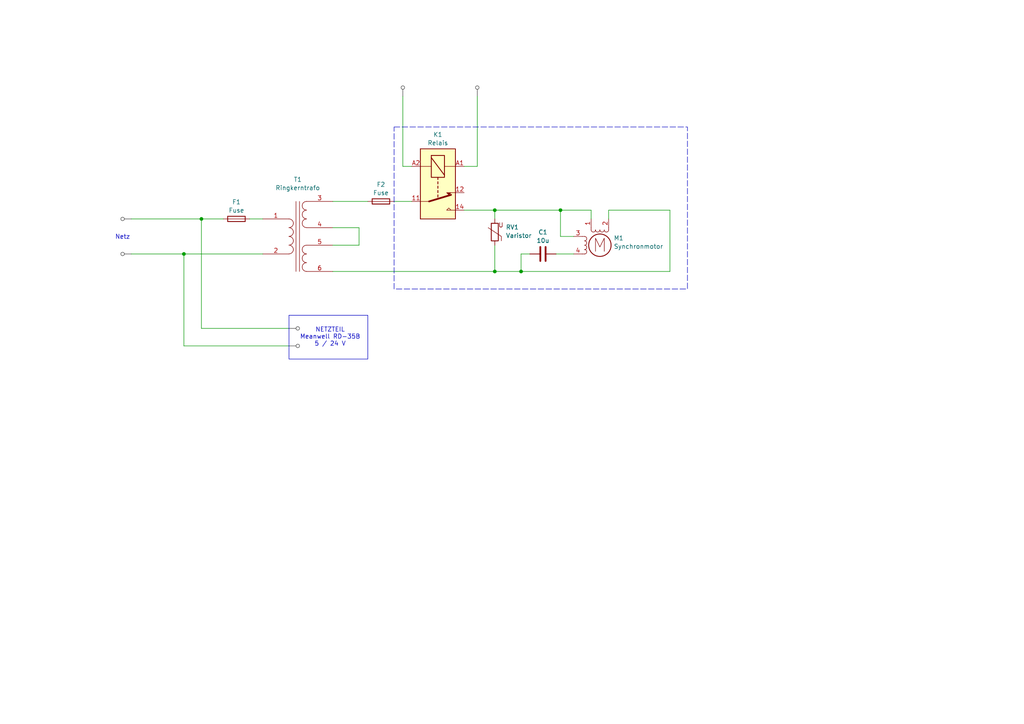
<source format=kicad_sch>
(kicad_sch (version 20231120) (generator "eeschema") (generator_version "8.0")
  (paper "A4")
  (lib_symbols
    (symbol "Device:C" (pin_numbers hide) (pin_names (offset 0.254))
      (property "Reference" "C" (at 0.635 2.54 0))
      (property "Value" "C" (at 0.635 -2.54 0))
      (symbol "C_0_1"
        (polyline (pts (xy -2.032 -0.762) (xy 2.032 -0.762)) (stroke (width 0.508)))
        (polyline (pts (xy -2.032 0.762) (xy 2.032 0.762)) (stroke (width 0.508)))
      )
      (symbol "C_1_1"
        (pin passive line (at 0 3.81 270) (length 2.794) (name "~") (number "1"))
        (pin passive line (at 0 -3.81 90) (length 2.794) (name "~") (number "2"))
      )
    )
    (symbol "Device:Fuse" (pin_numbers hide) (pin_names (offset 0))
      (property "Reference" "F" (at 2.032 0 90))
      (property "Value" "Fuse" (at -1.905 0 90))
      (symbol "Fuse_0_1"
        (rectangle (start -0.762 -2.54) (end 0.762 2.54) (stroke (width 0.254)))
        (polyline (pts (xy 0 2.54) (xy 0 -2.54)))
      )
      (symbol "Fuse_1_1"
        (pin passive line (at 0 3.81 270) (length 1.27) (name "~") (number "1"))
        (pin passive line (at 0 -3.81 90) (length 1.27) (name "~") (number "2"))
      )
    )
    (symbol "Device:Transformer_1P_2S" (pin_names (offset 1.016) hide)
      (property "Reference" "T" (at 0 12.7 0))
      (property "Value" "Transformer_1P_2S" (at 0 -12.7 0))
      (symbol "Transformer_1P_2S_0_1"
        (arc (start -2.54 -5.0546) (mid -1.6599 -4.6901) (end -1.27 -3.81))
        (arc (start -2.54 -2.5146) (mid -1.6599 -2.1501) (end -1.27 -1.27))
        (arc (start -2.54 0.0254) (mid -1.6599 0.3899) (end -1.27 1.27))
        (arc (start -2.54 2.5654) (mid -1.6599 2.9299) (end -1.27 3.81))
        (arc (start -1.27 -3.81) (mid -1.642 -2.912) (end -2.54 -2.54))
        (arc (start -1.27 -1.27) (mid -1.642 -0.372) (end -2.54 0))
        (arc (start -1.27 1.27) (mid -1.642 2.168) (end -2.54 2.54))
        (arc (start -1.27 3.81) (mid -1.642 4.708) (end -2.54 5.08))
        (polyline (pts (xy -0.508 -10.16) (xy -0.508 10.16)))
        (polyline (pts (xy 0.508 10.16) (xy 0.508 -10.16)))
        (arc (start 1.2954 -8.89) (mid 1.6599 -9.7701) (end 2.54 -10.1346))
        (arc (start 1.2954 -6.35) (mid 1.6599 -7.2301) (end 2.54 -7.5946))
        (arc (start 1.2954 -3.81) (mid 1.6599 -4.6901) (end 2.54 -5.0546))
        (arc (start 1.2954 3.81) (mid 1.6599 2.9299) (end 2.54 2.5654))
        (arc (start 1.2954 6.35) (mid 1.6599 5.4699) (end 2.54 5.1054))
        (arc (start 1.2954 8.89) (mid 1.6599 8.0099) (end 2.54 7.6454))
        (arc (start 2.54 -7.62) (mid 1.642 -7.992) (end 1.2954 -8.89))
        (arc (start 2.54 -5.08) (mid 1.642 -5.452) (end 1.2954 -6.35))
        (arc (start 2.54 -2.54) (mid 1.642 -2.912) (end 1.2954 -3.81))
        (arc (start 2.54 5.08) (mid 1.642 4.708) (end 1.2954 3.81))
        (arc (start 2.54 7.62) (mid 1.642 7.248) (end 1.2954 6.35))
        (arc (start 2.54 10.16) (mid 1.642 9.788) (end 1.2954 8.89))
      )
      (symbol "Transformer_1P_2S_1_1"
        (pin passive line (at -10.16 5.08 0) (length 7.62) (name "AA") (number "1"))
        (pin passive line (at -10.16 -5.08 0) (length 7.62) (name "AB") (number "2"))
        (pin passive line (at 10.16 10.16 180) (length 7.62) (name "SA") (number "3"))
        (pin passive line (at 10.16 2.54 180) (length 7.62) (name "SB") (number "4"))
        (pin passive line (at 10.16 -2.54 180) (length 7.62) (name "SC") (number "5"))
        (pin passive line (at 10.16 -10.16 180) (length 7.62) (name "SD") (number "6"))
      )
    )
    (symbol "Device:Varistor" (pin_numbers hide) (pin_names (offset 0))
      (property "Reference" "RV" (at 3.175 0 90))
      (property "Value" "Varistor" (at -3.175 0 90))
      (symbol "Varistor_0_0"
        (text "U" (at -1.778 -2.032 0) (effects (font (size 1.27 1.27))))
      )
      (symbol "Varistor_0_1"
        (rectangle (start -1.016 -2.54) (end 1.016 2.54) (stroke (width 0.254)))
        (polyline (pts (xy -1.905 2.54) (xy -1.905 1.27) (xy 1.905 -1.27)))
      )
      (symbol "Varistor_1_1"
        (pin passive line (at 0 3.81 270) (length 1.27) (name "~") (number "1"))
        (pin passive line (at 0 -3.81 90) (length 1.27) (name "~") (number "2"))
      )
    )
    (symbol "Motor:Stepper_Motor_bipolar" (pin_names (offset 0) hide)
      (property "Reference" "M" (at 3.81 2.54 0))
      (property "Value" "Stepper_Motor_bipolar" (at 3.81 1.27 0))
      (symbol "Stepper_Motor_bipolar_0_0"
        (polyline (pts (xy -1.27 -1.778) (xy -1.27 2.032) (xy 0 -0.508) (xy 1.27 2.032) (xy 1.27 -1.778)))
      )
      (symbol "Stepper_Motor_bipolar_0_1"
        (arc (start -4.445 -2.54) (mid -3.8127 -1.905) (end -4.445 -1.27))
        (arc (start -4.445 -1.27) (mid -3.8127 -0.635) (end -4.445 0))
        (arc (start -4.445 0) (mid -3.8127 0.635) (end -4.445 1.27))
        (arc (start -4.445 1.27) (mid -3.8127 1.905) (end -4.445 2.54))
        (arc (start -2.54 4.445) (mid -1.905 3.8127) (end -1.27 4.445))
        (arc (start -1.27 4.445) (mid -0.635 3.8127) (end 0 4.445))
        (polyline (pts (xy -5.08 -2.54) (xy -4.445 -2.54)))
        (polyline (pts (xy -5.08 2.54) (xy -4.445 2.54)))
        (polyline (pts (xy -2.54 5.08) (xy -2.54 4.445)))
        (polyline (pts (xy 2.54 5.08) (xy 2.54 4.445)))
        (circle (center 0 0) (radius 3.2512) (stroke (width 0.254)))
        (arc (start 0 4.445) (mid 0.635 3.8127) (end 1.27 4.445))
        (arc (start 1.27 4.445) (mid 1.905 3.8127) (end 2.54 4.445))
      )
      (symbol "Stepper_Motor_bipolar_1_1"
        (pin passive line (at -2.54 7.62 270) (length 2.54) (name "~") (number "1"))
        (pin passive line (at 2.54 7.62 270) (length 2.54) (name "-") (number "2"))
        (pin passive line (at -7.62 2.54 0) (length 2.54) (name "~") (number "3"))
        (pin passive line (at -7.62 -2.54 0) (length 2.54) (name "~") (number "4"))
      )
    )
    (symbol "Relay:FINDER-40.31"
      (property "Reference" "K" (at 11.43 3.81 0))
      (property "Value" "FINDER-40.31" (at 11.43 1.27 0))
      (symbol "FINDER-40.31_0_0"
        (polyline (pts (xy 7.62 5.08) (xy 7.62 2.54) (xy 6.985 3.175) (xy 7.62 3.81)))
      )
      (symbol "FINDER-40.31_0_1"
        (rectangle (start -10.16 5.08) (end 10.16 -5.08) (stroke (width 0.254)) (fill (type background)))
        (rectangle (start -8.255 1.905) (end -1.905 -1.905) (stroke (width 0.254)))
        (polyline (pts (xy -7.62 -1.905) (xy -2.54 1.905)) (stroke (width 0.254)))
        (polyline (pts (xy -5.08 -5.08) (xy -5.08 -1.905)))
        (polyline (pts (xy -5.08 5.08) (xy -5.08 1.905)))
        (polyline (pts (xy -1.905 0) (xy -1.27 0)) (stroke (width 0.254)))
        (polyline (pts (xy -0.635 0) (xy 0 0)) (stroke (width 0.254)))
        (polyline (pts (xy 0.635 0) (xy 1.27 0)) (stroke (width 0.254)))
        (polyline (pts (xy 1.905 0) (xy 2.54 0)) (stroke (width 0.254)))
        (polyline (pts (xy 3.175 0) (xy 3.81 0)) (stroke (width 0.254)))
        (polyline (pts (xy 5.08 -2.54) (xy 3.175 3.81)) (stroke (width 0.508)))
        (polyline (pts (xy 5.08 -2.54) (xy 5.08 -5.08)))
        (polyline (pts (xy 2.54 5.08) (xy 2.54 2.54) (xy 3.175 3.175) (xy 2.54 3.81)) (fill (type outline)))
      )
      (symbol "FINDER-40.31_1_1"
        (pin passive line (at 5.08 -7.62 90) (length 2.54) (name "~") (number "11"))
        (pin passive line (at 2.54 7.62 270) (length 2.54) (name "~") (number "12"))
        (pin passive line (at 7.62 7.62 270) (length 2.54) (name "~") (number "14"))
        (pin passive line (at -5.08 7.62 270) (length 2.54) (name "~") (number "A1"))
        (pin passive line (at -5.08 -7.62 90) (length 2.54) (name "~") (number "A2"))
      )
    )
  )
  (junction (at 53.34 73.66))
  (junction (at 58.42 63.5))
  (junction (at 151.13 78.74))
  (junction (at 162.56 60.96))
  (junction (at 143.51 78.74))
  (junction (at 143.51 60.96))
  (wire (pts (xy 96.52 66.04) (xy 104.14 66.04)))
  (wire (pts (xy 153.67 73.66) (xy 151.13 73.66)))
  (wire (pts (xy 143.51 60.96) (xy 162.56 60.96)))
  (wire (pts (xy 96.52 71.12) (xy 104.14 71.12)))
  (wire (pts (xy 143.51 78.74) (xy 151.13 78.74)))
  (wire (pts (xy 176.53 63.5) (xy 176.53 60.96)))
  (wire (pts (xy 58.42 63.5) (xy 58.42 95.25)))
  (wire (pts (xy 171.45 60.96) (xy 171.45 63.5)))
  (wire (pts (xy 104.14 66.04) (xy 104.14 71.12)))
  (wire (pts (xy 176.53 60.96) (xy 194.31 60.96)))
  (wire (pts (xy 38.1 73.66) (xy 53.34 73.66)))
  (wire (pts (xy 162.56 60.96) (xy 171.45 60.96)))
  (wire (pts (xy 162.56 68.58) (xy 162.56 60.96)))
  (wire (pts (xy 53.34 73.66) (xy 76.2 73.66)))
  (wire (pts (xy 194.31 60.96) (xy 194.31 78.74)))
  (wire (pts (xy 53.34 100.33) (xy 83.82 100.33)))
  (wire (pts (xy 96.52 78.74) (xy 143.51 78.74)))
  (wire (pts (xy 166.37 68.58) (xy 162.56 68.58)))
  (wire (pts (xy 119.38 48.26) (xy 116.84 48.26)))
  (wire (pts (xy 143.51 71.12) (xy 143.51 78.74)))
  (wire (pts (xy 116.84 27.94) (xy 116.84 48.26)))
  (wire (pts (xy 38.1 63.5) (xy 58.42 63.5)))
  (wire (pts (xy 96.52 58.42) (xy 106.68 58.42)))
  (wire (pts (xy 151.13 78.74) (xy 194.31 78.74)))
  (wire (pts (xy 143.51 60.96) (xy 143.51 63.5)))
  (wire (pts (xy 53.34 73.66) (xy 53.34 100.33)))
  (wire (pts (xy 58.42 63.5) (xy 64.77 63.5)))
  (wire (pts (xy 134.62 60.96) (xy 143.51 60.96)))
  (wire (pts (xy 114.3 58.42) (xy 119.38 58.42)))
  (wire (pts (xy 138.43 27.94) (xy 138.43 48.26)))
  (wire (pts (xy 161.29 73.66) (xy 166.37 73.66)))
  (wire (pts (xy 58.42 95.25) (xy 83.82 95.25)))
  (wire (pts (xy 72.39 63.5) (xy 76.2 63.5)))
  (wire (pts (xy 151.13 73.66) (xy 151.13 78.74)))
  (wire (pts (xy 134.62 48.26) (xy 138.43 48.26)))
  (rectangle (start 114.3 36.83) (end 199.39 83.82) (stroke (width 0) (type dash)))
  (rectangle (start 83.82 91.44) (end 106.68 104.14))
  (text "NETZTEIL\nMeanwell RD-35B\n5 / 24 V" (at 95.758 97.79 0) (effects (font (size 1.27 1.27))))
  (text "Netz" (at 35.56 68.834 0) (effects (font (size 1.27 1.27))))
  (netclass_flag "" (length 2.54) (shape round) (at 116.84 27.94 0))
  (netclass_flag "" (length 2.54) (shape round) (at 38.1 73.66 90))
  (netclass_flag "" (length 2.54) (shape round) (at 138.43 27.94 0))
  (netclass_flag "" (length 2.54) (shape round) (at 83.82 95.25 270))
  (netclass_flag "" (length 2.54) (shape round) (at 83.82 100.33 270))
  (netclass_flag "" (length 2.54) (shape round) (at 38.1 63.5 90))
  (symbol (lib_id "Device:Fuse") (at 68.58 63.5 90) (unit 1)
    (property "Reference" "F1" (at 68.58 58.5935 90))
    (property "Value" "Fuse" (at 68.58 61.0178 90))
    (property "Description" "Fuse" (effects (hide yes)))
  )
  (symbol (lib_id "Motor:Stepper_Motor_bipolar") (at 173.99 71.12 0) (unit 1)
    (property "Reference" "M1" (at 178.0032 69.0569 0) (effects (justify left)))
    (property "Value" "Synchronmotor" (at 178.0032 71.4812 0) (effects (justify left)))
    (property "Datasheet" "http://www.infineon.com/dgdl/Application-Note-TLE8110EE_driving_UniPolarStepperMotor_V1.1.pdf?fileId=db3a30431be39b97011be5d0aa0a00b0" (effects (hide yes)))
    (property "Description" "4-wire bipolar stepper motor" (effects (hide yes)))
  )
  (symbol (lib_id "Device:Fuse") (at 110.49 58.42 90) (unit 1)
    (property "Reference" "F2" (at 110.49 53.5135 90))
    (property "Value" "Fuse" (at 110.49 55.9378 90))
    (property "Description" "Fuse" (effects (hide yes)))
  )
  (symbol (lib_id "Device:Transformer_1P_2S") (at 86.36 68.58 0) (unit 1)
    (property "Reference" "T1" (at 86.36 52.07 0))
    (property "Value" "Ringkerntrafo" (at 86.36 54.4943 0))
    (property "Description" "Transformer, single primary, dual secondary" (effects (hide yes)))
  )
  (symbol (lib_id "Device:Varistor") (at 143.51 67.31 180) (unit 1)
    (property "Reference" "RV1" (at 146.6994 65.9044 0) (effects (justify right)))
    (property "Value" "Varistor" (at 146.6994 68.3287 0) (effects (justify right)))
    (property "Description" "Voltage dependent resistor" (effects (hide yes)))
    (property "Sim.Name" "kicad_builtin_varistor" (effects (hide yes)))
    (property "Sim.Device" "SUBCKT" (effects (hide yes)))
    (property "Sim.Pins" "1=A 2=B" (effects (hide yes)))
    (property "Sim.Params" "threshold=1k" (effects (hide yes)))
    (property "Sim.Library" "${KICAD7_SYMBOL_DIR}/Simulation_SPICE.sp" (effects (hide yes)))
  )
  (symbol (lib_id "Device:C") (at 157.48 73.66 90) (unit 1)
    (property "Reference" "C1" (at 157.48 67.3565 90))
    (property "Value" "10u" (at 157.48 69.7808 90))
    (property "Description" "Unpolarized capacitor" (effects (hide yes)))
  )
  (symbol (lib_id "Relay:FINDER-40.31") (at 127 53.34 270) (unit 1)
    (property "Reference" "K1" (at 127 39.0355 90))
    (property "Value" "Relais" (at 127 41.4598 90))
    (property "Footprint" "Relay_THT:Relay_SPDT_Finder_40.31" (effects (hide yes)))
    (property "Datasheet" "http://gfinder.findernet.com/assets/Series/353/S40EN.pdf" (effects (hide yes)))
    (property "Description" "FINDER 40.31, Single Pole Relay, 3.5mm Pitch, 10A" (effects (hide yes)))
  )
)
</source>
